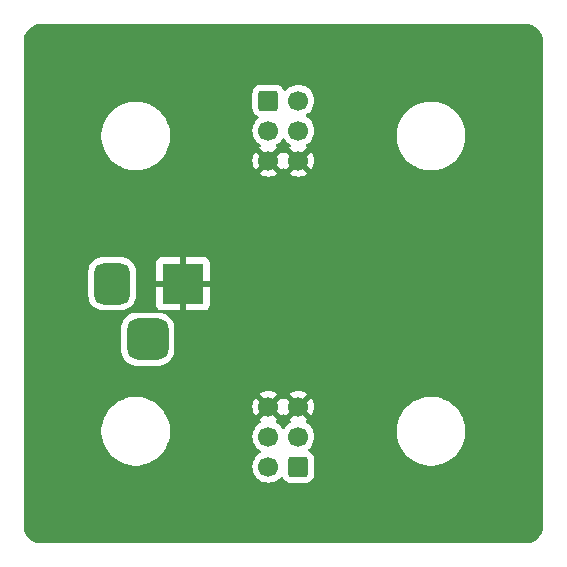
<source format=gbr>
%TF.GenerationSoftware,KiCad,Pcbnew,8.0.3*%
%TF.CreationDate,2024-07-13T17:14:31+01:00*%
%TF.ProjectId,RS485Board,52533438-3542-46f6-9172-642e6b696361,rev?*%
%TF.SameCoordinates,Original*%
%TF.FileFunction,Copper,L1,Top*%
%TF.FilePolarity,Positive*%
%FSLAX46Y46*%
G04 Gerber Fmt 4.6, Leading zero omitted, Abs format (unit mm)*
G04 Created by KiCad (PCBNEW 8.0.3) date 2024-07-13 17:14:31*
%MOMM*%
%LPD*%
G01*
G04 APERTURE LIST*
G04 Aperture macros list*
%AMRoundRect*
0 Rectangle with rounded corners*
0 $1 Rounding radius*
0 $2 $3 $4 $5 $6 $7 $8 $9 X,Y pos of 4 corners*
0 Add a 4 corners polygon primitive as box body*
4,1,4,$2,$3,$4,$5,$6,$7,$8,$9,$2,$3,0*
0 Add four circle primitives for the rounded corners*
1,1,$1+$1,$2,$3*
1,1,$1+$1,$4,$5*
1,1,$1+$1,$6,$7*
1,1,$1+$1,$8,$9*
0 Add four rect primitives between the rounded corners*
20,1,$1+$1,$2,$3,$4,$5,0*
20,1,$1+$1,$4,$5,$6,$7,0*
20,1,$1+$1,$6,$7,$8,$9,0*
20,1,$1+$1,$8,$9,$2,$3,0*%
G04 Aperture macros list end*
%TA.AperFunction,ComponentPad*%
%ADD10RoundRect,0.250000X-0.600000X-0.600000X0.600000X-0.600000X0.600000X0.600000X-0.600000X0.600000X0*%
%TD*%
%TA.AperFunction,ComponentPad*%
%ADD11C,1.700000*%
%TD*%
%TA.AperFunction,ComponentPad*%
%ADD12R,3.500000X3.500000*%
%TD*%
%TA.AperFunction,ComponentPad*%
%ADD13RoundRect,0.750000X-0.750000X-1.000000X0.750000X-1.000000X0.750000X1.000000X-0.750000X1.000000X0*%
%TD*%
%TA.AperFunction,ComponentPad*%
%ADD14RoundRect,0.875000X-0.875000X-0.875000X0.875000X-0.875000X0.875000X0.875000X-0.875000X0.875000X0*%
%TD*%
%TA.AperFunction,ComponentPad*%
%ADD15RoundRect,0.250000X0.600000X0.600000X-0.600000X0.600000X-0.600000X-0.600000X0.600000X-0.600000X0*%
%TD*%
G04 APERTURE END LIST*
D10*
%TO.P,J1,1,Pin_1*%
%TO.N,Net-(J1-Pin_1)*%
X111230000Y-97000000D03*
D11*
%TO.P,J1,2,Pin_2*%
%TO.N,Net-(J1-Pin_2)*%
X113770000Y-97000000D03*
%TO.P,J1,3,Pin_3*%
%TO.N,GND*%
X111230000Y-99540000D03*
%TO.P,J1,4,Pin_4*%
X113770000Y-99540000D03*
%TO.P,J1,5,Pin_5*%
%TO.N,+12V*%
X111230000Y-102080000D03*
%TO.P,J1,6,Pin_6*%
X113770000Y-102080000D03*
%TD*%
D12*
%TO.P,J3,1*%
%TO.N,+12V*%
X104000000Y-112500000D03*
D13*
%TO.P,J3,2*%
%TO.N,GND*%
X98000000Y-112500000D03*
D14*
%TO.P,J3,3*%
X101000000Y-117200000D03*
%TD*%
D15*
%TO.P,J2,1,Pin_1*%
%TO.N,Net-(J2-Pin_1)*%
X113770000Y-128000000D03*
D11*
%TO.P,J2,2,Pin_2*%
%TO.N,Net-(J2-Pin_2)*%
X111230000Y-128000000D03*
%TO.P,J2,3,Pin_3*%
%TO.N,GND*%
X113770000Y-125460000D03*
%TO.P,J2,4,Pin_4*%
X111230000Y-125460000D03*
%TO.P,J2,5,Pin_5*%
%TO.N,+12V*%
X113770000Y-122920000D03*
%TO.P,J2,6,Pin_6*%
X111230000Y-122920000D03*
%TD*%
%TA.AperFunction,Conductor*%
%TO.N,+12V*%
G36*
X113304075Y-123112993D02*
G01*
X113369901Y-123227007D01*
X113462993Y-123320099D01*
X113577007Y-123385925D01*
X113640590Y-123402962D01*
X113008625Y-124034925D01*
X113084594Y-124088119D01*
X113128219Y-124142696D01*
X113135413Y-124212194D01*
X113103890Y-124274549D01*
X113084595Y-124291269D01*
X112898594Y-124421508D01*
X112731505Y-124588597D01*
X112601575Y-124774158D01*
X112546998Y-124817783D01*
X112477500Y-124824977D01*
X112415145Y-124793454D01*
X112398425Y-124774158D01*
X112268494Y-124588597D01*
X112101402Y-124421506D01*
X112101401Y-124421505D01*
X111915405Y-124291269D01*
X111871781Y-124236692D01*
X111864588Y-124167193D01*
X111896110Y-124104839D01*
X111915405Y-124088119D01*
X111991373Y-124034925D01*
X111359409Y-123402962D01*
X111422993Y-123385925D01*
X111537007Y-123320099D01*
X111630099Y-123227007D01*
X111695925Y-123112993D01*
X111712962Y-123049410D01*
X112344925Y-123681373D01*
X112398425Y-123604968D01*
X112453002Y-123561344D01*
X112522501Y-123554151D01*
X112584855Y-123585673D01*
X112601576Y-123604969D01*
X112655073Y-123681372D01*
X113287037Y-123049409D01*
X113304075Y-123112993D01*
G37*
%TD.AperFunction*%
%TA.AperFunction,Conductor*%
G36*
X112584855Y-100206546D02*
G01*
X112601575Y-100225842D01*
X112731500Y-100411395D01*
X112731505Y-100411401D01*
X112898599Y-100578495D01*
X113084594Y-100708730D01*
X113128218Y-100763307D01*
X113135411Y-100832806D01*
X113103889Y-100895160D01*
X113084593Y-100911880D01*
X113008626Y-100965072D01*
X113008625Y-100965072D01*
X113640590Y-101597037D01*
X113577007Y-101614075D01*
X113462993Y-101679901D01*
X113369901Y-101772993D01*
X113304075Y-101887007D01*
X113287037Y-101950590D01*
X112655072Y-101318625D01*
X112655072Y-101318626D01*
X112601574Y-101395030D01*
X112546998Y-101438655D01*
X112477499Y-101445849D01*
X112415144Y-101414326D01*
X112398424Y-101395030D01*
X112344925Y-101318626D01*
X112344925Y-101318625D01*
X111712962Y-101950589D01*
X111695925Y-101887007D01*
X111630099Y-101772993D01*
X111537007Y-101679901D01*
X111422993Y-101614075D01*
X111359410Y-101597037D01*
X111991373Y-100965073D01*
X111991373Y-100965072D01*
X111915405Y-100911880D01*
X111871780Y-100857304D01*
X111864586Y-100787805D01*
X111896108Y-100725451D01*
X111915399Y-100708734D01*
X112101401Y-100578495D01*
X112268495Y-100411401D01*
X112398425Y-100225842D01*
X112453002Y-100182217D01*
X112522500Y-100175023D01*
X112584855Y-100206546D01*
G37*
%TD.AperFunction*%
%TA.AperFunction,Conductor*%
G36*
X133004418Y-90500816D02*
G01*
X133204561Y-90515130D01*
X133222063Y-90517647D01*
X133413797Y-90559355D01*
X133430755Y-90564334D01*
X133614609Y-90632909D01*
X133630701Y-90640259D01*
X133802904Y-90734288D01*
X133817784Y-90743849D01*
X133974867Y-90861441D01*
X133988237Y-90873027D01*
X134126972Y-91011762D01*
X134138558Y-91025132D01*
X134256146Y-91182210D01*
X134265711Y-91197095D01*
X134359740Y-91369298D01*
X134367090Y-91385390D01*
X134435662Y-91569236D01*
X134440646Y-91586212D01*
X134482351Y-91777931D01*
X134484869Y-91795442D01*
X134499184Y-91995580D01*
X134499500Y-92004427D01*
X134499500Y-132995572D01*
X134499184Y-133004419D01*
X134484869Y-133204557D01*
X134482351Y-133222068D01*
X134440646Y-133413787D01*
X134435662Y-133430763D01*
X134367090Y-133614609D01*
X134359740Y-133630701D01*
X134265711Y-133802904D01*
X134256146Y-133817789D01*
X134138558Y-133974867D01*
X134126972Y-133988237D01*
X133988237Y-134126972D01*
X133974867Y-134138558D01*
X133817789Y-134256146D01*
X133802904Y-134265711D01*
X133630701Y-134359740D01*
X133614609Y-134367090D01*
X133430763Y-134435662D01*
X133413787Y-134440646D01*
X133222068Y-134482351D01*
X133204557Y-134484869D01*
X133023779Y-134497799D01*
X133004417Y-134499184D01*
X132995572Y-134499500D01*
X92004428Y-134499500D01*
X91995582Y-134499184D01*
X91973622Y-134497613D01*
X91795442Y-134484869D01*
X91777931Y-134482351D01*
X91586212Y-134440646D01*
X91569236Y-134435662D01*
X91385390Y-134367090D01*
X91369298Y-134359740D01*
X91197095Y-134265711D01*
X91182210Y-134256146D01*
X91025132Y-134138558D01*
X91011762Y-134126972D01*
X90873027Y-133988237D01*
X90861441Y-133974867D01*
X90743849Y-133817784D01*
X90734288Y-133802904D01*
X90640259Y-133630701D01*
X90632909Y-133614609D01*
X90572091Y-133451551D01*
X90564334Y-133430755D01*
X90559355Y-133413797D01*
X90517647Y-133222063D01*
X90515130Y-133204556D01*
X90500816Y-133004418D01*
X90500500Y-132995572D01*
X90500500Y-124837106D01*
X97099500Y-124837106D01*
X97099500Y-125162893D01*
X97135974Y-125486604D01*
X97135976Y-125486620D01*
X97208467Y-125804226D01*
X97208471Y-125804238D01*
X97316066Y-126111725D01*
X97457413Y-126405234D01*
X97457415Y-126405237D01*
X97630739Y-126681081D01*
X97833857Y-126935783D01*
X98064217Y-127166143D01*
X98318919Y-127369261D01*
X98594763Y-127542585D01*
X98888278Y-127683935D01*
X99118766Y-127764586D01*
X99195761Y-127791528D01*
X99195773Y-127791532D01*
X99513383Y-127864024D01*
X99837106Y-127900499D01*
X99837107Y-127900500D01*
X99837111Y-127900500D01*
X100162893Y-127900500D01*
X100162893Y-127900499D01*
X100486617Y-127864024D01*
X100804227Y-127791532D01*
X101111722Y-127683935D01*
X101405237Y-127542585D01*
X101681081Y-127369261D01*
X101935783Y-127166143D01*
X102166143Y-126935783D01*
X102369261Y-126681081D01*
X102542585Y-126405237D01*
X102683935Y-126111722D01*
X102791532Y-125804227D01*
X102864024Y-125486617D01*
X102867023Y-125459999D01*
X109874341Y-125459999D01*
X109874341Y-125460000D01*
X109894936Y-125695403D01*
X109894938Y-125695413D01*
X109956094Y-125923655D01*
X109956096Y-125923659D01*
X109956097Y-125923663D01*
X109960000Y-125932032D01*
X110055965Y-126137830D01*
X110055967Y-126137834D01*
X110164281Y-126292521D01*
X110191501Y-126331396D01*
X110191506Y-126331402D01*
X110358597Y-126498493D01*
X110358603Y-126498498D01*
X110544158Y-126628425D01*
X110587783Y-126683002D01*
X110594977Y-126752500D01*
X110563454Y-126814855D01*
X110544158Y-126831575D01*
X110358597Y-126961505D01*
X110191505Y-127128597D01*
X110055965Y-127322169D01*
X110055964Y-127322171D01*
X109956098Y-127536335D01*
X109956094Y-127536344D01*
X109894938Y-127764586D01*
X109894936Y-127764596D01*
X109874341Y-127999999D01*
X109874341Y-128000000D01*
X109894936Y-128235403D01*
X109894938Y-128235413D01*
X109956094Y-128463655D01*
X109956096Y-128463659D01*
X109956097Y-128463663D01*
X110040499Y-128644663D01*
X110055965Y-128677830D01*
X110055967Y-128677834D01*
X110162670Y-128830220D01*
X110191505Y-128871401D01*
X110358599Y-129038495D01*
X110401675Y-129068657D01*
X110552165Y-129174032D01*
X110552167Y-129174033D01*
X110552170Y-129174035D01*
X110766337Y-129273903D01*
X110994592Y-129335063D01*
X111171034Y-129350500D01*
X111229999Y-129355659D01*
X111230000Y-129355659D01*
X111230001Y-129355659D01*
X111288966Y-129350500D01*
X111465408Y-129335063D01*
X111693663Y-129273903D01*
X111907830Y-129174035D01*
X112101401Y-129038495D01*
X112268495Y-128871401D01*
X112268504Y-128871388D01*
X112269636Y-128870040D01*
X112270293Y-128869602D01*
X112272323Y-128867573D01*
X112272730Y-128867980D01*
X112327805Y-128831334D01*
X112397666Y-128830220D01*
X112457038Y-128867053D01*
X112482335Y-128910733D01*
X112485186Y-128919334D01*
X112577288Y-129068656D01*
X112701344Y-129192712D01*
X112850666Y-129284814D01*
X113017203Y-129339999D01*
X113119991Y-129350500D01*
X114420008Y-129350499D01*
X114522797Y-129339999D01*
X114689334Y-129284814D01*
X114838656Y-129192712D01*
X114962712Y-129068656D01*
X115054814Y-128919334D01*
X115109999Y-128752797D01*
X115120500Y-128650009D01*
X115120499Y-127349992D01*
X115109999Y-127247203D01*
X115054814Y-127080666D01*
X114962712Y-126931344D01*
X114838656Y-126807288D01*
X114745888Y-126750069D01*
X114689336Y-126715187D01*
X114689331Y-126715185D01*
X114689215Y-126715146D01*
X114680733Y-126712336D01*
X114623290Y-126672564D01*
X114596467Y-126608048D01*
X114608782Y-126539272D01*
X114637767Y-126502517D01*
X114637573Y-126502323D01*
X114639219Y-126500676D01*
X114640040Y-126499636D01*
X114641388Y-126498504D01*
X114641401Y-126498495D01*
X114808495Y-126331401D01*
X114944035Y-126137830D01*
X115043903Y-125923663D01*
X115105063Y-125695408D01*
X115125659Y-125460000D01*
X115105063Y-125224592D01*
X115043903Y-124996337D01*
X114969652Y-124837106D01*
X122099500Y-124837106D01*
X122099500Y-125162893D01*
X122135974Y-125486604D01*
X122135976Y-125486620D01*
X122208467Y-125804226D01*
X122208471Y-125804238D01*
X122316066Y-126111725D01*
X122457413Y-126405234D01*
X122457415Y-126405237D01*
X122630739Y-126681081D01*
X122833857Y-126935783D01*
X123064217Y-127166143D01*
X123318919Y-127369261D01*
X123594763Y-127542585D01*
X123888278Y-127683935D01*
X124118766Y-127764586D01*
X124195761Y-127791528D01*
X124195773Y-127791532D01*
X124513383Y-127864024D01*
X124837106Y-127900499D01*
X124837107Y-127900500D01*
X124837111Y-127900500D01*
X125162893Y-127900500D01*
X125162893Y-127900499D01*
X125486617Y-127864024D01*
X125804227Y-127791532D01*
X126111722Y-127683935D01*
X126405237Y-127542585D01*
X126681081Y-127369261D01*
X126935783Y-127166143D01*
X127166143Y-126935783D01*
X127369261Y-126681081D01*
X127542585Y-126405237D01*
X127683935Y-126111722D01*
X127791532Y-125804227D01*
X127864024Y-125486617D01*
X127900500Y-125162889D01*
X127900500Y-124837111D01*
X127864024Y-124513383D01*
X127791532Y-124195773D01*
X127781531Y-124167193D01*
X127735249Y-124034925D01*
X127683935Y-123888278D01*
X127547500Y-123604969D01*
X127542586Y-123594765D01*
X127432774Y-123420000D01*
X127369261Y-123318919D01*
X127166143Y-123064217D01*
X126935783Y-122833857D01*
X126681081Y-122630739D01*
X126405237Y-122457415D01*
X126405234Y-122457413D01*
X126111725Y-122316066D01*
X125804238Y-122208471D01*
X125804226Y-122208467D01*
X125486620Y-122135976D01*
X125486604Y-122135974D01*
X125162893Y-122099500D01*
X125162889Y-122099500D01*
X124837111Y-122099500D01*
X124837107Y-122099500D01*
X124513395Y-122135974D01*
X124513379Y-122135976D01*
X124195773Y-122208467D01*
X124195761Y-122208471D01*
X123888274Y-122316066D01*
X123594765Y-122457413D01*
X123318920Y-122630738D01*
X123064217Y-122833856D01*
X122833856Y-123064217D01*
X122630738Y-123318920D01*
X122457413Y-123594765D01*
X122316066Y-123888274D01*
X122208471Y-124195761D01*
X122208467Y-124195773D01*
X122135976Y-124513379D01*
X122135974Y-124513395D01*
X122099500Y-124837106D01*
X114969652Y-124837106D01*
X114944035Y-124782171D01*
X114938425Y-124774158D01*
X114808494Y-124588597D01*
X114641402Y-124421506D01*
X114641401Y-124421505D01*
X114455405Y-124291269D01*
X114411781Y-124236692D01*
X114404588Y-124167193D01*
X114436110Y-124104839D01*
X114455405Y-124088119D01*
X114531373Y-124034925D01*
X113899409Y-123402962D01*
X113962993Y-123385925D01*
X114077007Y-123320099D01*
X114170099Y-123227007D01*
X114235925Y-123112993D01*
X114252962Y-123049410D01*
X114884925Y-123681373D01*
X114884926Y-123681373D01*
X114943598Y-123597582D01*
X114943600Y-123597578D01*
X115043429Y-123383492D01*
X115043433Y-123383483D01*
X115104567Y-123155326D01*
X115104569Y-123155315D01*
X115125157Y-122920001D01*
X115125157Y-122919998D01*
X115104569Y-122684684D01*
X115104567Y-122684673D01*
X115043433Y-122456516D01*
X115043429Y-122456507D01*
X114943600Y-122242423D01*
X114943599Y-122242421D01*
X114884925Y-122158626D01*
X114884925Y-122158625D01*
X114252962Y-122790589D01*
X114235925Y-122727007D01*
X114170099Y-122612993D01*
X114077007Y-122519901D01*
X113962993Y-122454075D01*
X113899410Y-122437037D01*
X114531373Y-121805073D01*
X114531373Y-121805072D01*
X114447583Y-121746402D01*
X114447579Y-121746400D01*
X114233492Y-121646570D01*
X114233483Y-121646566D01*
X114005326Y-121585432D01*
X114005315Y-121585430D01*
X113770002Y-121564843D01*
X113769998Y-121564843D01*
X113534684Y-121585430D01*
X113534673Y-121585432D01*
X113306516Y-121646566D01*
X113306507Y-121646570D01*
X113092419Y-121746401D01*
X113008625Y-121805072D01*
X113640590Y-122437037D01*
X113577007Y-122454075D01*
X113462993Y-122519901D01*
X113369901Y-122612993D01*
X113304075Y-122727007D01*
X113287037Y-122790590D01*
X112655072Y-122158625D01*
X112655072Y-122158626D01*
X112601574Y-122235030D01*
X112546998Y-122278655D01*
X112477499Y-122285849D01*
X112415144Y-122254326D01*
X112398424Y-122235030D01*
X112344925Y-122158626D01*
X112344925Y-122158625D01*
X111712962Y-122790589D01*
X111695925Y-122727007D01*
X111630099Y-122612993D01*
X111537007Y-122519901D01*
X111422993Y-122454075D01*
X111359410Y-122437037D01*
X111991373Y-121805073D01*
X111991373Y-121805072D01*
X111907583Y-121746402D01*
X111907579Y-121746400D01*
X111693492Y-121646570D01*
X111693483Y-121646566D01*
X111465326Y-121585432D01*
X111465315Y-121585430D01*
X111230002Y-121564843D01*
X111229998Y-121564843D01*
X110994684Y-121585430D01*
X110994673Y-121585432D01*
X110766516Y-121646566D01*
X110766507Y-121646570D01*
X110552419Y-121746401D01*
X110468625Y-121805072D01*
X111100590Y-122437037D01*
X111037007Y-122454075D01*
X110922993Y-122519901D01*
X110829901Y-122612993D01*
X110764075Y-122727007D01*
X110747037Y-122790589D01*
X110115073Y-122158625D01*
X110115072Y-122158625D01*
X110056401Y-122242419D01*
X109956570Y-122456507D01*
X109956566Y-122456516D01*
X109895432Y-122684673D01*
X109895430Y-122684684D01*
X109874843Y-122919998D01*
X109874843Y-122920001D01*
X109895430Y-123155315D01*
X109895432Y-123155326D01*
X109956566Y-123383483D01*
X109956570Y-123383492D01*
X110056400Y-123597579D01*
X110056402Y-123597583D01*
X110115072Y-123681373D01*
X110115073Y-123681373D01*
X110747037Y-123049409D01*
X110764075Y-123112993D01*
X110829901Y-123227007D01*
X110922993Y-123320099D01*
X111037007Y-123385925D01*
X111100590Y-123402962D01*
X110468625Y-124034925D01*
X110544594Y-124088119D01*
X110588219Y-124142696D01*
X110595413Y-124212194D01*
X110563890Y-124274549D01*
X110544595Y-124291269D01*
X110358594Y-124421508D01*
X110191505Y-124588597D01*
X110055965Y-124782169D01*
X110055964Y-124782171D01*
X109956098Y-124996335D01*
X109956094Y-124996344D01*
X109894938Y-125224586D01*
X109894936Y-125224596D01*
X109874341Y-125459999D01*
X102867023Y-125459999D01*
X102900500Y-125162889D01*
X102900500Y-124837111D01*
X102864024Y-124513383D01*
X102791532Y-124195773D01*
X102781531Y-124167193D01*
X102735249Y-124034925D01*
X102683935Y-123888278D01*
X102547500Y-123604969D01*
X102542586Y-123594765D01*
X102432774Y-123420000D01*
X102369261Y-123318919D01*
X102166143Y-123064217D01*
X101935783Y-122833857D01*
X101681081Y-122630739D01*
X101405237Y-122457415D01*
X101405234Y-122457413D01*
X101111725Y-122316066D01*
X100804238Y-122208471D01*
X100804226Y-122208467D01*
X100486620Y-122135976D01*
X100486604Y-122135974D01*
X100162893Y-122099500D01*
X100162889Y-122099500D01*
X99837111Y-122099500D01*
X99837107Y-122099500D01*
X99513395Y-122135974D01*
X99513379Y-122135976D01*
X99195773Y-122208467D01*
X99195761Y-122208471D01*
X98888274Y-122316066D01*
X98594765Y-122457413D01*
X98318920Y-122630738D01*
X98064217Y-122833856D01*
X97833856Y-123064217D01*
X97630738Y-123318920D01*
X97457413Y-123594765D01*
X97316066Y-123888274D01*
X97208471Y-124195761D01*
X97208467Y-124195773D01*
X97135976Y-124513379D01*
X97135974Y-124513395D01*
X97099500Y-124837106D01*
X90500500Y-124837106D01*
X90500500Y-116231386D01*
X98749500Y-116231386D01*
X98749500Y-118168613D01*
X98749501Y-118168652D01*
X98752295Y-118221243D01*
X98752295Y-118221244D01*
X98796754Y-118451121D01*
X98796755Y-118451126D01*
X98845326Y-118579832D01*
X98879425Y-118670189D01*
X98997929Y-118872131D01*
X98997934Y-118872138D01*
X99148856Y-119051141D01*
X99148858Y-119051143D01*
X99327861Y-119202065D01*
X99327868Y-119202070D01*
X99529810Y-119320574D01*
X99748874Y-119403245D01*
X99978759Y-119447705D01*
X100031378Y-119450500D01*
X100031386Y-119450500D01*
X101968614Y-119450500D01*
X101968622Y-119450500D01*
X102021241Y-119447705D01*
X102251126Y-119403245D01*
X102470190Y-119320574D01*
X102672132Y-119202070D01*
X102851142Y-119051142D01*
X103002070Y-118872132D01*
X103120574Y-118670190D01*
X103203245Y-118451126D01*
X103247705Y-118221241D01*
X103250500Y-118168622D01*
X103250500Y-116231378D01*
X103247705Y-116178759D01*
X103203245Y-115948874D01*
X103120574Y-115729810D01*
X103002070Y-115527868D01*
X103002065Y-115527861D01*
X102851143Y-115348858D01*
X102851141Y-115348856D01*
X102672138Y-115197934D01*
X102672131Y-115197929D01*
X102470189Y-115079425D01*
X102379832Y-115045326D01*
X102251126Y-114996755D01*
X102245899Y-114995744D01*
X102183817Y-114963688D01*
X102148922Y-114903156D01*
X102152291Y-114833368D01*
X102192856Y-114776480D01*
X102257738Y-114750554D01*
X102269445Y-114750000D01*
X103750000Y-114750000D01*
X103750000Y-113933012D01*
X103807007Y-113965925D01*
X103934174Y-114000000D01*
X104065826Y-114000000D01*
X104192993Y-113965925D01*
X104250000Y-113933012D01*
X104250000Y-114750000D01*
X105797828Y-114750000D01*
X105797844Y-114749999D01*
X105857372Y-114743598D01*
X105857379Y-114743596D01*
X105992086Y-114693354D01*
X105992093Y-114693350D01*
X106107187Y-114607190D01*
X106107190Y-114607187D01*
X106193350Y-114492093D01*
X106193354Y-114492086D01*
X106243596Y-114357379D01*
X106243598Y-114357372D01*
X106249999Y-114297844D01*
X106250000Y-114297827D01*
X106250000Y-112750000D01*
X104500000Y-112750000D01*
X104500000Y-112250000D01*
X106250000Y-112250000D01*
X106250000Y-110702172D01*
X106249999Y-110702155D01*
X106243598Y-110642627D01*
X106243596Y-110642620D01*
X106193354Y-110507913D01*
X106193350Y-110507906D01*
X106107190Y-110392812D01*
X106107187Y-110392809D01*
X105992093Y-110306649D01*
X105992086Y-110306645D01*
X105857379Y-110256403D01*
X105857372Y-110256401D01*
X105797844Y-110250000D01*
X104250000Y-110250000D01*
X104250000Y-111066988D01*
X104192993Y-111034075D01*
X104065826Y-111000000D01*
X103934174Y-111000000D01*
X103807007Y-111034075D01*
X103750000Y-111066988D01*
X103750000Y-110250000D01*
X102202155Y-110250000D01*
X102142627Y-110256401D01*
X102142620Y-110256403D01*
X102007913Y-110306645D01*
X102007906Y-110306649D01*
X101892812Y-110392809D01*
X101892809Y-110392812D01*
X101806649Y-110507906D01*
X101806645Y-110507913D01*
X101756403Y-110642620D01*
X101756401Y-110642627D01*
X101750000Y-110702155D01*
X101750000Y-112250000D01*
X103500000Y-112250000D01*
X103500000Y-112750000D01*
X101750000Y-112750000D01*
X101750000Y-114297844D01*
X101756401Y-114357372D01*
X101756403Y-114357379D01*
X101806645Y-114492086D01*
X101806649Y-114492093D01*
X101892809Y-114607187D01*
X101892812Y-114607190D01*
X102007906Y-114693350D01*
X102007911Y-114693353D01*
X102056605Y-114711515D01*
X102112538Y-114753387D01*
X102136955Y-114818851D01*
X102122103Y-114887124D01*
X102072698Y-114936529D01*
X102006692Y-114951522D01*
X101968652Y-114949501D01*
X101968629Y-114949500D01*
X101968622Y-114949500D01*
X100031378Y-114949500D01*
X100031370Y-114949500D01*
X100031347Y-114949501D01*
X99978756Y-114952295D01*
X99978755Y-114952295D01*
X99748878Y-114996754D01*
X99748876Y-114996754D01*
X99748874Y-114996755D01*
X99674933Y-115024659D01*
X99529810Y-115079425D01*
X99327868Y-115197929D01*
X99327861Y-115197934D01*
X99148858Y-115348856D01*
X99148856Y-115348858D01*
X98997934Y-115527861D01*
X98997929Y-115527868D01*
X98879425Y-115729810D01*
X98824659Y-115874933D01*
X98796755Y-115948874D01*
X98796754Y-115948876D01*
X98796754Y-115948878D01*
X98752295Y-116178755D01*
X98752295Y-116178756D01*
X98749501Y-116231347D01*
X98749500Y-116231386D01*
X90500500Y-116231386D01*
X90500500Y-111435777D01*
X95999500Y-111435777D01*
X95999500Y-113564208D01*
X95999501Y-113564223D01*
X96009904Y-113696413D01*
X96009905Y-113696420D01*
X96064902Y-113914678D01*
X96064903Y-113914681D01*
X96157991Y-114119622D01*
X96157997Y-114119632D01*
X96286174Y-114304645D01*
X96286178Y-114304650D01*
X96286181Y-114304654D01*
X96445346Y-114463819D01*
X96445350Y-114463822D01*
X96445354Y-114463825D01*
X96486157Y-114492093D01*
X96630374Y-114592007D01*
X96835317Y-114685096D01*
X96835321Y-114685097D01*
X97053579Y-114740094D01*
X97053581Y-114740094D01*
X97053588Y-114740096D01*
X97185783Y-114750500D01*
X98814216Y-114750499D01*
X98946412Y-114740096D01*
X99164683Y-114685096D01*
X99369626Y-114592007D01*
X99554654Y-114463819D01*
X99713819Y-114304654D01*
X99842007Y-114119626D01*
X99935096Y-113914683D01*
X99990096Y-113696412D01*
X100000500Y-113564217D01*
X100000499Y-111435784D01*
X99990096Y-111303588D01*
X99935096Y-111085317D01*
X99842007Y-110880374D01*
X99810297Y-110834603D01*
X99713825Y-110695354D01*
X99713822Y-110695350D01*
X99713819Y-110695346D01*
X99554654Y-110536181D01*
X99554650Y-110536178D01*
X99554645Y-110536174D01*
X99369632Y-110407997D01*
X99369630Y-110407995D01*
X99369626Y-110407993D01*
X99336197Y-110392809D01*
X99164681Y-110314903D01*
X99164678Y-110314902D01*
X98946420Y-110259905D01*
X98946413Y-110259904D01*
X98901902Y-110256401D01*
X98814217Y-110249500D01*
X98814215Y-110249500D01*
X97185791Y-110249500D01*
X97185776Y-110249501D01*
X97053586Y-110259904D01*
X97053579Y-110259905D01*
X96835321Y-110314902D01*
X96835318Y-110314903D01*
X96630377Y-110407991D01*
X96630367Y-110407997D01*
X96445354Y-110536174D01*
X96445342Y-110536184D01*
X96286184Y-110695342D01*
X96286174Y-110695354D01*
X96157997Y-110880367D01*
X96157991Y-110880377D01*
X96064903Y-111085318D01*
X96064902Y-111085321D01*
X96009905Y-111303579D01*
X96009904Y-111303586D01*
X95999500Y-111435777D01*
X90500500Y-111435777D01*
X90500500Y-99837106D01*
X97099500Y-99837106D01*
X97099500Y-100162893D01*
X97135974Y-100486604D01*
X97135976Y-100486620D01*
X97208467Y-100804226D01*
X97208471Y-100804238D01*
X97316066Y-101111725D01*
X97457413Y-101405234D01*
X97457415Y-101405237D01*
X97630739Y-101681081D01*
X97833857Y-101935783D01*
X98064217Y-102166143D01*
X98318919Y-102369261D01*
X98594763Y-102542585D01*
X98594765Y-102542586D01*
X98672456Y-102580000D01*
X98888278Y-102683935D01*
X99098738Y-102757578D01*
X99195761Y-102791528D01*
X99195773Y-102791532D01*
X99513383Y-102864024D01*
X99837106Y-102900499D01*
X99837107Y-102900500D01*
X99837111Y-102900500D01*
X100162893Y-102900500D01*
X100162893Y-102900499D01*
X100486617Y-102864024D01*
X100804227Y-102791532D01*
X101111722Y-102683935D01*
X101405237Y-102542585D01*
X101681081Y-102369261D01*
X101935783Y-102166143D01*
X102166143Y-101935783D01*
X102369261Y-101681081D01*
X102542585Y-101405237D01*
X102683935Y-101111722D01*
X102791532Y-100804227D01*
X102864024Y-100486617D01*
X102900500Y-100162889D01*
X102900500Y-99837111D01*
X102867023Y-99539999D01*
X109874341Y-99539999D01*
X109874341Y-99540000D01*
X109894936Y-99775403D01*
X109894938Y-99775413D01*
X109956094Y-100003655D01*
X109956096Y-100003659D01*
X109956097Y-100003663D01*
X110036004Y-100175023D01*
X110055965Y-100217830D01*
X110055967Y-100217834D01*
X110164281Y-100372521D01*
X110191505Y-100411401D01*
X110358599Y-100578495D01*
X110544594Y-100708730D01*
X110588218Y-100763307D01*
X110595411Y-100832806D01*
X110563889Y-100895160D01*
X110544593Y-100911880D01*
X110468626Y-100965072D01*
X110468625Y-100965072D01*
X111100590Y-101597037D01*
X111037007Y-101614075D01*
X110922993Y-101679901D01*
X110829901Y-101772993D01*
X110764075Y-101887007D01*
X110747037Y-101950589D01*
X110115073Y-101318625D01*
X110115072Y-101318625D01*
X110056401Y-101402419D01*
X109956570Y-101616507D01*
X109956566Y-101616516D01*
X109895432Y-101844673D01*
X109895430Y-101844684D01*
X109874843Y-102079998D01*
X109874843Y-102080001D01*
X109895430Y-102315315D01*
X109895432Y-102315326D01*
X109956566Y-102543483D01*
X109956570Y-102543492D01*
X110056400Y-102757579D01*
X110056402Y-102757583D01*
X110115072Y-102841373D01*
X110115073Y-102841373D01*
X110747037Y-102209409D01*
X110764075Y-102272993D01*
X110829901Y-102387007D01*
X110922993Y-102480099D01*
X111037007Y-102545925D01*
X111100590Y-102562962D01*
X110468625Y-103194925D01*
X110552421Y-103253599D01*
X110766507Y-103353429D01*
X110766516Y-103353433D01*
X110994673Y-103414567D01*
X110994684Y-103414569D01*
X111229998Y-103435157D01*
X111230002Y-103435157D01*
X111465315Y-103414569D01*
X111465326Y-103414567D01*
X111693483Y-103353433D01*
X111693492Y-103353429D01*
X111907578Y-103253600D01*
X111907582Y-103253598D01*
X111991373Y-103194926D01*
X111991373Y-103194925D01*
X111359409Y-102562962D01*
X111422993Y-102545925D01*
X111537007Y-102480099D01*
X111630099Y-102387007D01*
X111695925Y-102272993D01*
X111712962Y-102209410D01*
X112344925Y-102841373D01*
X112398425Y-102764968D01*
X112453002Y-102721344D01*
X112522501Y-102714151D01*
X112584855Y-102745673D01*
X112601576Y-102764969D01*
X112655073Y-102841372D01*
X113287037Y-102209409D01*
X113304075Y-102272993D01*
X113369901Y-102387007D01*
X113462993Y-102480099D01*
X113577007Y-102545925D01*
X113640590Y-102562962D01*
X113008625Y-103194925D01*
X113092421Y-103253599D01*
X113306507Y-103353429D01*
X113306516Y-103353433D01*
X113534673Y-103414567D01*
X113534684Y-103414569D01*
X113769998Y-103435157D01*
X113770002Y-103435157D01*
X114005315Y-103414569D01*
X114005326Y-103414567D01*
X114233483Y-103353433D01*
X114233492Y-103353429D01*
X114447578Y-103253600D01*
X114447582Y-103253598D01*
X114531373Y-103194926D01*
X114531373Y-103194925D01*
X113899409Y-102562962D01*
X113962993Y-102545925D01*
X114077007Y-102480099D01*
X114170099Y-102387007D01*
X114235925Y-102272993D01*
X114252962Y-102209410D01*
X114884925Y-102841373D01*
X114884926Y-102841373D01*
X114943598Y-102757582D01*
X114943600Y-102757578D01*
X115043429Y-102543492D01*
X115043433Y-102543483D01*
X115104567Y-102315326D01*
X115104569Y-102315315D01*
X115125157Y-102080001D01*
X115125157Y-102079998D01*
X115104569Y-101844684D01*
X115104567Y-101844673D01*
X115043433Y-101616516D01*
X115043429Y-101616507D01*
X114943600Y-101402423D01*
X114943599Y-101402421D01*
X114884925Y-101318626D01*
X114884925Y-101318625D01*
X114252962Y-101950589D01*
X114235925Y-101887007D01*
X114170099Y-101772993D01*
X114077007Y-101679901D01*
X113962993Y-101614075D01*
X113899410Y-101597037D01*
X114531373Y-100965073D01*
X114531373Y-100965072D01*
X114455405Y-100911880D01*
X114411780Y-100857304D01*
X114404586Y-100787805D01*
X114436108Y-100725451D01*
X114455399Y-100708734D01*
X114641401Y-100578495D01*
X114808495Y-100411401D01*
X114944035Y-100217830D01*
X115043903Y-100003663D01*
X115088531Y-99837106D01*
X122099500Y-99837106D01*
X122099500Y-100162893D01*
X122135974Y-100486604D01*
X122135976Y-100486620D01*
X122208467Y-100804226D01*
X122208471Y-100804238D01*
X122316066Y-101111725D01*
X122457413Y-101405234D01*
X122457415Y-101405237D01*
X122630739Y-101681081D01*
X122833857Y-101935783D01*
X123064217Y-102166143D01*
X123318919Y-102369261D01*
X123594763Y-102542585D01*
X123594765Y-102542586D01*
X123672456Y-102580000D01*
X123888278Y-102683935D01*
X124098738Y-102757578D01*
X124195761Y-102791528D01*
X124195773Y-102791532D01*
X124513383Y-102864024D01*
X124837106Y-102900499D01*
X124837107Y-102900500D01*
X124837111Y-102900500D01*
X125162893Y-102900500D01*
X125162893Y-102900499D01*
X125486617Y-102864024D01*
X125804227Y-102791532D01*
X126111722Y-102683935D01*
X126405237Y-102542585D01*
X126681081Y-102369261D01*
X126935783Y-102166143D01*
X127166143Y-101935783D01*
X127369261Y-101681081D01*
X127542585Y-101405237D01*
X127683935Y-101111722D01*
X127791532Y-100804227D01*
X127864024Y-100486617D01*
X127900500Y-100162889D01*
X127900500Y-99837111D01*
X127864024Y-99513383D01*
X127791532Y-99195773D01*
X127683935Y-98888278D01*
X127542585Y-98594763D01*
X127369261Y-98318919D01*
X127166143Y-98064217D01*
X126935783Y-97833857D01*
X126926517Y-97826468D01*
X126740131Y-97677830D01*
X126681081Y-97630739D01*
X126405237Y-97457415D01*
X126405234Y-97457413D01*
X126111725Y-97316066D01*
X125804238Y-97208471D01*
X125804226Y-97208467D01*
X125486620Y-97135976D01*
X125486604Y-97135974D01*
X125162893Y-97099500D01*
X125162889Y-97099500D01*
X124837111Y-97099500D01*
X124837107Y-97099500D01*
X124513395Y-97135974D01*
X124513379Y-97135976D01*
X124195773Y-97208467D01*
X124195761Y-97208471D01*
X123888274Y-97316066D01*
X123594765Y-97457413D01*
X123318920Y-97630738D01*
X123064217Y-97833856D01*
X122833856Y-98064217D01*
X122630738Y-98318920D01*
X122457413Y-98594765D01*
X122316066Y-98888274D01*
X122208471Y-99195761D01*
X122208467Y-99195773D01*
X122135976Y-99513379D01*
X122135974Y-99513395D01*
X122099500Y-99837106D01*
X115088531Y-99837106D01*
X115105063Y-99775408D01*
X115125659Y-99540000D01*
X115105063Y-99304592D01*
X115043903Y-99076337D01*
X114944035Y-98862171D01*
X114938425Y-98854158D01*
X114808494Y-98668597D01*
X114641402Y-98501506D01*
X114641396Y-98501501D01*
X114455842Y-98371575D01*
X114412217Y-98316998D01*
X114405023Y-98247500D01*
X114436546Y-98185145D01*
X114455842Y-98168425D01*
X114598325Y-98068657D01*
X114641401Y-98038495D01*
X114808495Y-97871401D01*
X114944035Y-97677830D01*
X115043903Y-97463663D01*
X115105063Y-97235408D01*
X115125659Y-97000000D01*
X115105063Y-96764592D01*
X115043903Y-96536337D01*
X114944035Y-96322171D01*
X114811527Y-96132928D01*
X114808494Y-96128597D01*
X114641402Y-95961506D01*
X114641395Y-95961501D01*
X114447834Y-95825967D01*
X114447830Y-95825965D01*
X114407777Y-95807288D01*
X114233663Y-95726097D01*
X114233659Y-95726096D01*
X114233655Y-95726094D01*
X114005413Y-95664938D01*
X114005403Y-95664936D01*
X113770001Y-95644341D01*
X113769999Y-95644341D01*
X113534596Y-95664936D01*
X113534586Y-95664938D01*
X113306344Y-95726094D01*
X113306335Y-95726098D01*
X113092171Y-95825964D01*
X113092169Y-95825965D01*
X112898597Y-95961505D01*
X112731503Y-96128599D01*
X112730349Y-96129975D01*
X112729688Y-96130414D01*
X112727676Y-96132427D01*
X112727271Y-96132022D01*
X112672173Y-96168671D01*
X112602312Y-96169772D01*
X112542946Y-96132928D01*
X112517663Y-96089265D01*
X112514814Y-96080666D01*
X112422712Y-95931344D01*
X112298656Y-95807288D01*
X112205888Y-95750069D01*
X112149336Y-95715187D01*
X112149331Y-95715185D01*
X112147862Y-95714698D01*
X111982797Y-95660001D01*
X111982795Y-95660000D01*
X111880010Y-95649500D01*
X110579998Y-95649500D01*
X110579981Y-95649501D01*
X110477203Y-95660000D01*
X110477200Y-95660001D01*
X110310668Y-95715185D01*
X110310663Y-95715187D01*
X110161342Y-95807289D01*
X110037289Y-95931342D01*
X109945187Y-96080663D01*
X109945185Y-96080668D01*
X109928701Y-96130414D01*
X109890001Y-96247203D01*
X109890001Y-96247204D01*
X109890000Y-96247204D01*
X109879500Y-96349983D01*
X109879500Y-97650001D01*
X109879501Y-97650018D01*
X109890000Y-97752796D01*
X109890001Y-97752799D01*
X109929303Y-97871402D01*
X109945186Y-97919334D01*
X110037288Y-98068656D01*
X110161344Y-98192712D01*
X110310666Y-98284814D01*
X110319264Y-98287663D01*
X110376707Y-98327433D01*
X110403531Y-98391948D01*
X110391217Y-98460724D01*
X110362234Y-98497483D01*
X110362427Y-98497676D01*
X110360798Y-98499304D01*
X110359975Y-98500349D01*
X110358599Y-98501503D01*
X110191505Y-98668597D01*
X110055965Y-98862169D01*
X110055964Y-98862171D01*
X109956098Y-99076335D01*
X109956094Y-99076344D01*
X109894938Y-99304586D01*
X109894936Y-99304596D01*
X109874341Y-99539999D01*
X102867023Y-99539999D01*
X102864024Y-99513383D01*
X102791532Y-99195773D01*
X102683935Y-98888278D01*
X102542585Y-98594763D01*
X102369261Y-98318919D01*
X102166143Y-98064217D01*
X101935783Y-97833857D01*
X101926517Y-97826468D01*
X101740131Y-97677830D01*
X101681081Y-97630739D01*
X101405237Y-97457415D01*
X101405234Y-97457413D01*
X101111725Y-97316066D01*
X100804238Y-97208471D01*
X100804226Y-97208467D01*
X100486620Y-97135976D01*
X100486604Y-97135974D01*
X100162893Y-97099500D01*
X100162889Y-97099500D01*
X99837111Y-97099500D01*
X99837107Y-97099500D01*
X99513395Y-97135974D01*
X99513379Y-97135976D01*
X99195773Y-97208467D01*
X99195761Y-97208471D01*
X98888274Y-97316066D01*
X98594765Y-97457413D01*
X98318920Y-97630738D01*
X98064217Y-97833856D01*
X97833856Y-98064217D01*
X97630738Y-98318920D01*
X97457413Y-98594765D01*
X97316066Y-98888274D01*
X97208471Y-99195761D01*
X97208467Y-99195773D01*
X97135976Y-99513379D01*
X97135974Y-99513395D01*
X97099500Y-99837106D01*
X90500500Y-99837106D01*
X90500500Y-92004427D01*
X90500816Y-91995581D01*
X90515130Y-91795443D01*
X90515131Y-91795442D01*
X90515130Y-91795436D01*
X90517646Y-91777938D01*
X90559356Y-91586199D01*
X90564333Y-91569248D01*
X90632911Y-91385385D01*
X90640259Y-91369298D01*
X90702815Y-91254734D01*
X90734291Y-91197089D01*
X90743845Y-91182221D01*
X90861448Y-91025123D01*
X90873020Y-91011769D01*
X91011769Y-90873020D01*
X91025123Y-90861448D01*
X91182221Y-90743845D01*
X91197089Y-90734291D01*
X91369298Y-90640258D01*
X91385385Y-90632911D01*
X91569248Y-90564333D01*
X91586199Y-90559356D01*
X91777938Y-90517646D01*
X91795436Y-90515130D01*
X91995582Y-90500816D01*
X92004428Y-90500500D01*
X92065892Y-90500500D01*
X132934108Y-90500500D01*
X132995572Y-90500500D01*
X133004418Y-90500816D01*
G37*
%TD.AperFunction*%
%TD*%
M02*

</source>
